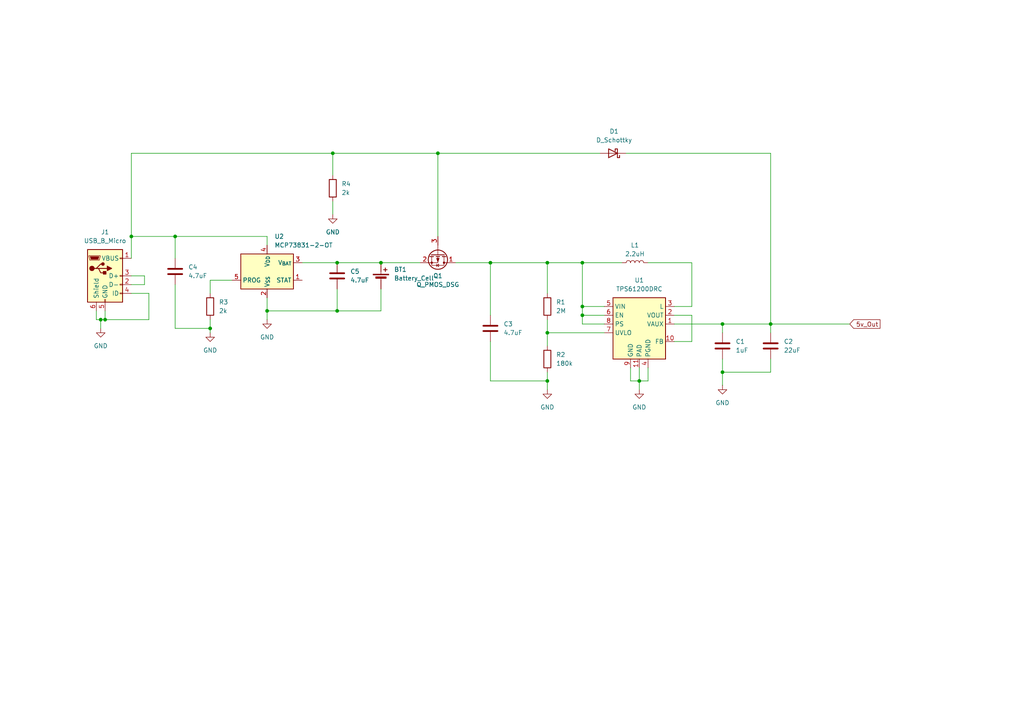
<source format=kicad_sch>
(kicad_sch
	(version 20250114)
	(generator "eeschema")
	(generator_version "9.0")
	(uuid "f7cf0688-b6d2-431c-8209-d86e95773f56")
	(paper "A4")
	(lib_symbols
		(symbol "Battery_Management:MCP73831-2-OT"
			(exclude_from_sim no)
			(in_bom yes)
			(on_board yes)
			(property "Reference" "U"
				(at -7.62 6.35 0)
				(effects
					(font
						(size 1.27 1.27)
					)
					(justify left)
				)
			)
			(property "Value" "MCP73831-2-OT"
				(at 1.27 6.35 0)
				(effects
					(font
						(size 1.27 1.27)
					)
					(justify left)
				)
			)
			(property "Footprint" "Package_TO_SOT_SMD:SOT-23-5"
				(at 1.27 -6.35 0)
				(effects
					(font
						(size 1.27 1.27)
						(italic yes)
					)
					(justify left)
					(hide yes)
				)
			)
			(property "Datasheet" "http://ww1.microchip.com/downloads/en/DeviceDoc/20001984g.pdf"
				(at 0 -18.288 0)
				(effects
					(font
						(size 1.27 1.27)
					)
					(hide yes)
				)
			)
			(property "Description" "Single cell, Li-Ion/Li-Po charge management controller, 4.20V, Tri-State Status Output, in SOT23-5 package"
				(at 0 0 0)
				(effects
					(font
						(size 1.27 1.27)
					)
					(hide yes)
				)
			)
			(property "ki_keywords" "battery charger lithium"
				(at 0 0 0)
				(effects
					(font
						(size 1.27 1.27)
					)
					(hide yes)
				)
			)
			(property "ki_fp_filters" "SOT?23*"
				(at 0 0 0)
				(effects
					(font
						(size 1.27 1.27)
					)
					(hide yes)
				)
			)
			(symbol "MCP73831-2-OT_0_1"
				(rectangle
					(start -7.62 5.08)
					(end 7.62 -5.08)
					(stroke
						(width 0.254)
						(type default)
					)
					(fill
						(type background)
					)
				)
			)
			(symbol "MCP73831-2-OT_1_1"
				(pin input line
					(at -10.16 -2.54 0)
					(length 2.54)
					(name "PROG"
						(effects
							(font
								(size 1.27 1.27)
							)
						)
					)
					(number "5"
						(effects
							(font
								(size 1.27 1.27)
							)
						)
					)
				)
				(pin power_in line
					(at 0 7.62 270)
					(length 2.54)
					(name "V_{DD}"
						(effects
							(font
								(size 1.27 1.27)
							)
						)
					)
					(number "4"
						(effects
							(font
								(size 1.27 1.27)
							)
						)
					)
				)
				(pin power_in line
					(at 0 -7.62 90)
					(length 2.54)
					(name "V_{SS}"
						(effects
							(font
								(size 1.27 1.27)
							)
						)
					)
					(number "2"
						(effects
							(font
								(size 1.27 1.27)
							)
						)
					)
				)
				(pin power_out line
					(at 10.16 2.54 180)
					(length 2.54)
					(name "V_{BAT}"
						(effects
							(font
								(size 1.27 1.27)
							)
						)
					)
					(number "3"
						(effects
							(font
								(size 1.27 1.27)
							)
						)
					)
				)
				(pin tri_state line
					(at 10.16 -2.54 180)
					(length 2.54)
					(name "STAT"
						(effects
							(font
								(size 1.27 1.27)
							)
						)
					)
					(number "1"
						(effects
							(font
								(size 1.27 1.27)
							)
						)
					)
				)
			)
			(embedded_fonts no)
		)
		(symbol "Connector:USB_B_Micro"
			(pin_names
				(offset 1.016)
			)
			(exclude_from_sim no)
			(in_bom yes)
			(on_board yes)
			(property "Reference" "J"
				(at -5.08 11.43 0)
				(effects
					(font
						(size 1.27 1.27)
					)
					(justify left)
				)
			)
			(property "Value" "USB_B_Micro"
				(at -5.08 8.89 0)
				(effects
					(font
						(size 1.27 1.27)
					)
					(justify left)
				)
			)
			(property "Footprint" ""
				(at 3.81 -1.27 0)
				(effects
					(font
						(size 1.27 1.27)
					)
					(hide yes)
				)
			)
			(property "Datasheet" "~"
				(at 3.81 -1.27 0)
				(effects
					(font
						(size 1.27 1.27)
					)
					(hide yes)
				)
			)
			(property "Description" "USB Micro Type B connector"
				(at 0 0 0)
				(effects
					(font
						(size 1.27 1.27)
					)
					(hide yes)
				)
			)
			(property "ki_keywords" "connector USB micro"
				(at 0 0 0)
				(effects
					(font
						(size 1.27 1.27)
					)
					(hide yes)
				)
			)
			(property "ki_fp_filters" "USB*Micro*B*"
				(at 0 0 0)
				(effects
					(font
						(size 1.27 1.27)
					)
					(hide yes)
				)
			)
			(symbol "USB_B_Micro_0_1"
				(rectangle
					(start -5.08 -7.62)
					(end 5.08 7.62)
					(stroke
						(width 0.254)
						(type default)
					)
					(fill
						(type background)
					)
				)
				(polyline
					(pts
						(xy -4.699 5.842) (xy -4.699 5.588) (xy -4.445 4.826) (xy -4.445 4.572) (xy -1.651 4.572) (xy -1.651 4.826)
						(xy -1.397 5.588) (xy -1.397 5.842) (xy -4.699 5.842)
					)
					(stroke
						(width 0)
						(type default)
					)
					(fill
						(type none)
					)
				)
				(polyline
					(pts
						(xy -4.318 5.588) (xy -1.778 5.588) (xy -2.032 4.826) (xy -4.064 4.826) (xy -4.318 5.588)
					)
					(stroke
						(width 0)
						(type default)
					)
					(fill
						(type outline)
					)
				)
				(circle
					(center -3.81 2.159)
					(radius 0.635)
					(stroke
						(width 0.254)
						(type default)
					)
					(fill
						(type outline)
					)
				)
				(polyline
					(pts
						(xy -3.175 2.159) (xy -2.54 2.159) (xy -1.27 3.429) (xy -0.635 3.429)
					)
					(stroke
						(width 0.254)
						(type default)
					)
					(fill
						(type none)
					)
				)
				(polyline
					(pts
						(xy -2.54 2.159) (xy -1.905 2.159) (xy -1.27 0.889) (xy 0 0.889)
					)
					(stroke
						(width 0.254)
						(type default)
					)
					(fill
						(type none)
					)
				)
				(polyline
					(pts
						(xy -1.905 2.159) (xy 0.635 2.159)
					)
					(stroke
						(width 0.254)
						(type default)
					)
					(fill
						(type none)
					)
				)
				(circle
					(center -0.635 3.429)
					(radius 0.381)
					(stroke
						(width 0.254)
						(type default)
					)
					(fill
						(type outline)
					)
				)
				(rectangle
					(start -0.127 -7.62)
					(end 0.127 -6.858)
					(stroke
						(width 0)
						(type default)
					)
					(fill
						(type none)
					)
				)
				(rectangle
					(start 0.254 1.27)
					(end -0.508 0.508)
					(stroke
						(width 0.254)
						(type default)
					)
					(fill
						(type outline)
					)
				)
				(polyline
					(pts
						(xy 0.635 2.794) (xy 0.635 1.524) (xy 1.905 2.159) (xy 0.635 2.794)
					)
					(stroke
						(width 0.254)
						(type default)
					)
					(fill
						(type outline)
					)
				)
				(rectangle
					(start 5.08 4.953)
					(end 4.318 5.207)
					(stroke
						(width 0)
						(type default)
					)
					(fill
						(type none)
					)
				)
				(rectangle
					(start 5.08 -0.127)
					(end 4.318 0.127)
					(stroke
						(width 0)
						(type default)
					)
					(fill
						(type none)
					)
				)
				(rectangle
					(start 5.08 -2.667)
					(end 4.318 -2.413)
					(stroke
						(width 0)
						(type default)
					)
					(fill
						(type none)
					)
				)
				(rectangle
					(start 5.08 -5.207)
					(end 4.318 -4.953)
					(stroke
						(width 0)
						(type default)
					)
					(fill
						(type none)
					)
				)
			)
			(symbol "USB_B_Micro_1_1"
				(pin passive line
					(at -2.54 -10.16 90)
					(length 2.54)
					(name "Shield"
						(effects
							(font
								(size 1.27 1.27)
							)
						)
					)
					(number "6"
						(effects
							(font
								(size 1.27 1.27)
							)
						)
					)
				)
				(pin power_out line
					(at 0 -10.16 90)
					(length 2.54)
					(name "GND"
						(effects
							(font
								(size 1.27 1.27)
							)
						)
					)
					(number "5"
						(effects
							(font
								(size 1.27 1.27)
							)
						)
					)
				)
				(pin power_out line
					(at 7.62 5.08 180)
					(length 2.54)
					(name "VBUS"
						(effects
							(font
								(size 1.27 1.27)
							)
						)
					)
					(number "1"
						(effects
							(font
								(size 1.27 1.27)
							)
						)
					)
				)
				(pin bidirectional line
					(at 7.62 0 180)
					(length 2.54)
					(name "D+"
						(effects
							(font
								(size 1.27 1.27)
							)
						)
					)
					(number "3"
						(effects
							(font
								(size 1.27 1.27)
							)
						)
					)
				)
				(pin bidirectional line
					(at 7.62 -2.54 180)
					(length 2.54)
					(name "D-"
						(effects
							(font
								(size 1.27 1.27)
							)
						)
					)
					(number "2"
						(effects
							(font
								(size 1.27 1.27)
							)
						)
					)
				)
				(pin passive line
					(at 7.62 -5.08 180)
					(length 2.54)
					(name "ID"
						(effects
							(font
								(size 1.27 1.27)
							)
						)
					)
					(number "4"
						(effects
							(font
								(size 1.27 1.27)
							)
						)
					)
				)
			)
			(embedded_fonts no)
		)
		(symbol "Device:Battery_Cell"
			(pin_numbers
				(hide yes)
			)
			(pin_names
				(offset 0)
				(hide yes)
			)
			(exclude_from_sim no)
			(in_bom yes)
			(on_board yes)
			(property "Reference" "BT"
				(at 2.54 2.54 0)
				(effects
					(font
						(size 1.27 1.27)
					)
					(justify left)
				)
			)
			(property "Value" "Battery_Cell"
				(at 2.54 0 0)
				(effects
					(font
						(size 1.27 1.27)
					)
					(justify left)
				)
			)
			(property "Footprint" ""
				(at 0 1.524 90)
				(effects
					(font
						(size 1.27 1.27)
					)
					(hide yes)
				)
			)
			(property "Datasheet" "~"
				(at 0 1.524 90)
				(effects
					(font
						(size 1.27 1.27)
					)
					(hide yes)
				)
			)
			(property "Description" "Single-cell battery"
				(at 0 0 0)
				(effects
					(font
						(size 1.27 1.27)
					)
					(hide yes)
				)
			)
			(property "ki_keywords" "battery cell"
				(at 0 0 0)
				(effects
					(font
						(size 1.27 1.27)
					)
					(hide yes)
				)
			)
			(symbol "Battery_Cell_0_1"
				(rectangle
					(start -2.286 1.778)
					(end 2.286 1.524)
					(stroke
						(width 0)
						(type default)
					)
					(fill
						(type outline)
					)
				)
				(rectangle
					(start -1.524 1.016)
					(end 1.524 0.508)
					(stroke
						(width 0)
						(type default)
					)
					(fill
						(type outline)
					)
				)
				(polyline
					(pts
						(xy 0 1.778) (xy 0 2.54)
					)
					(stroke
						(width 0)
						(type default)
					)
					(fill
						(type none)
					)
				)
				(polyline
					(pts
						(xy 0 0.762) (xy 0 0)
					)
					(stroke
						(width 0)
						(type default)
					)
					(fill
						(type none)
					)
				)
				(polyline
					(pts
						(xy 0.762 3.048) (xy 1.778 3.048)
					)
					(stroke
						(width 0.254)
						(type default)
					)
					(fill
						(type none)
					)
				)
				(polyline
					(pts
						(xy 1.27 3.556) (xy 1.27 2.54)
					)
					(stroke
						(width 0.254)
						(type default)
					)
					(fill
						(type none)
					)
				)
			)
			(symbol "Battery_Cell_1_1"
				(pin passive line
					(at 0 5.08 270)
					(length 2.54)
					(name "+"
						(effects
							(font
								(size 1.27 1.27)
							)
						)
					)
					(number "1"
						(effects
							(font
								(size 1.27 1.27)
							)
						)
					)
				)
				(pin passive line
					(at 0 -2.54 90)
					(length 2.54)
					(name "-"
						(effects
							(font
								(size 1.27 1.27)
							)
						)
					)
					(number "2"
						(effects
							(font
								(size 1.27 1.27)
							)
						)
					)
				)
			)
			(embedded_fonts no)
		)
		(symbol "Device:C"
			(pin_numbers
				(hide yes)
			)
			(pin_names
				(offset 0.254)
			)
			(exclude_from_sim no)
			(in_bom yes)
			(on_board yes)
			(property "Reference" "C"
				(at 0.635 2.54 0)
				(effects
					(font
						(size 1.27 1.27)
					)
					(justify left)
				)
			)
			(property "Value" "C"
				(at 0.635 -2.54 0)
				(effects
					(font
						(size 1.27 1.27)
					)
					(justify left)
				)
			)
			(property "Footprint" ""
				(at 0.9652 -3.81 0)
				(effects
					(font
						(size 1.27 1.27)
					)
					(hide yes)
				)
			)
			(property "Datasheet" "~"
				(at 0 0 0)
				(effects
					(font
						(size 1.27 1.27)
					)
					(hide yes)
				)
			)
			(property "Description" "Unpolarized capacitor"
				(at 0 0 0)
				(effects
					(font
						(size 1.27 1.27)
					)
					(hide yes)
				)
			)
			(property "ki_keywords" "cap capacitor"
				(at 0 0 0)
				(effects
					(font
						(size 1.27 1.27)
					)
					(hide yes)
				)
			)
			(property "ki_fp_filters" "C_*"
				(at 0 0 0)
				(effects
					(font
						(size 1.27 1.27)
					)
					(hide yes)
				)
			)
			(symbol "C_0_1"
				(polyline
					(pts
						(xy -2.032 0.762) (xy 2.032 0.762)
					)
					(stroke
						(width 0.508)
						(type default)
					)
					(fill
						(type none)
					)
				)
				(polyline
					(pts
						(xy -2.032 -0.762) (xy 2.032 -0.762)
					)
					(stroke
						(width 0.508)
						(type default)
					)
					(fill
						(type none)
					)
				)
			)
			(symbol "C_1_1"
				(pin passive line
					(at 0 3.81 270)
					(length 2.794)
					(name "~"
						(effects
							(font
								(size 1.27 1.27)
							)
						)
					)
					(number "1"
						(effects
							(font
								(size 1.27 1.27)
							)
						)
					)
				)
				(pin passive line
					(at 0 -3.81 90)
					(length 2.794)
					(name "~"
						(effects
							(font
								(size 1.27 1.27)
							)
						)
					)
					(number "2"
						(effects
							(font
								(size 1.27 1.27)
							)
						)
					)
				)
			)
			(embedded_fonts no)
		)
		(symbol "Device:D_Schottky"
			(pin_numbers
				(hide yes)
			)
			(pin_names
				(offset 1.016)
				(hide yes)
			)
			(exclude_from_sim no)
			(in_bom yes)
			(on_board yes)
			(property "Reference" "D"
				(at 0 2.54 0)
				(effects
					(font
						(size 1.27 1.27)
					)
				)
			)
			(property "Value" "D_Schottky"
				(at 0 -2.54 0)
				(effects
					(font
						(size 1.27 1.27)
					)
				)
			)
			(property "Footprint" ""
				(at 0 0 0)
				(effects
					(font
						(size 1.27 1.27)
					)
					(hide yes)
				)
			)
			(property "Datasheet" "~"
				(at 0 0 0)
				(effects
					(font
						(size 1.27 1.27)
					)
					(hide yes)
				)
			)
			(property "Description" "Schottky diode"
				(at 0 0 0)
				(effects
					(font
						(size 1.27 1.27)
					)
					(hide yes)
				)
			)
			(property "ki_keywords" "diode Schottky"
				(at 0 0 0)
				(effects
					(font
						(size 1.27 1.27)
					)
					(hide yes)
				)
			)
			(property "ki_fp_filters" "TO-???* *_Diode_* *SingleDiode* D_*"
				(at 0 0 0)
				(effects
					(font
						(size 1.27 1.27)
					)
					(hide yes)
				)
			)
			(symbol "D_Schottky_0_1"
				(polyline
					(pts
						(xy -1.905 0.635) (xy -1.905 1.27) (xy -1.27 1.27) (xy -1.27 -1.27) (xy -0.635 -1.27) (xy -0.635 -0.635)
					)
					(stroke
						(width 0.254)
						(type default)
					)
					(fill
						(type none)
					)
				)
				(polyline
					(pts
						(xy 1.27 1.27) (xy 1.27 -1.27) (xy -1.27 0) (xy 1.27 1.27)
					)
					(stroke
						(width 0.254)
						(type default)
					)
					(fill
						(type none)
					)
				)
				(polyline
					(pts
						(xy 1.27 0) (xy -1.27 0)
					)
					(stroke
						(width 0)
						(type default)
					)
					(fill
						(type none)
					)
				)
			)
			(symbol "D_Schottky_1_1"
				(pin passive line
					(at -3.81 0 0)
					(length 2.54)
					(name "K"
						(effects
							(font
								(size 1.27 1.27)
							)
						)
					)
					(number "1"
						(effects
							(font
								(size 1.27 1.27)
							)
						)
					)
				)
				(pin passive line
					(at 3.81 0 180)
					(length 2.54)
					(name "A"
						(effects
							(font
								(size 1.27 1.27)
							)
						)
					)
					(number "2"
						(effects
							(font
								(size 1.27 1.27)
							)
						)
					)
				)
			)
			(embedded_fonts no)
		)
		(symbol "Device:L"
			(pin_numbers
				(hide yes)
			)
			(pin_names
				(offset 1.016)
				(hide yes)
			)
			(exclude_from_sim no)
			(in_bom yes)
			(on_board yes)
			(property "Reference" "L"
				(at -1.27 0 90)
				(effects
					(font
						(size 1.27 1.27)
					)
				)
			)
			(property "Value" "L"
				(at 1.905 0 90)
				(effects
					(font
						(size 1.27 1.27)
					)
				)
			)
			(property "Footprint" ""
				(at 0 0 0)
				(effects
					(font
						(size 1.27 1.27)
					)
					(hide yes)
				)
			)
			(property "Datasheet" "~"
				(at 0 0 0)
				(effects
					(font
						(size 1.27 1.27)
					)
					(hide yes)
				)
			)
			(property "Description" "Inductor"
				(at 0 0 0)
				(effects
					(font
						(size 1.27 1.27)
					)
					(hide yes)
				)
			)
			(property "ki_keywords" "inductor choke coil reactor magnetic"
				(at 0 0 0)
				(effects
					(font
						(size 1.27 1.27)
					)
					(hide yes)
				)
			)
			(property "ki_fp_filters" "Choke_* *Coil* Inductor_* L_*"
				(at 0 0 0)
				(effects
					(font
						(size 1.27 1.27)
					)
					(hide yes)
				)
			)
			(symbol "L_0_1"
				(arc
					(start 0 2.54)
					(mid 0.6323 1.905)
					(end 0 1.27)
					(stroke
						(width 0)
						(type default)
					)
					(fill
						(type none)
					)
				)
				(arc
					(start 0 1.27)
					(mid 0.6323 0.635)
					(end 0 0)
					(stroke
						(width 0)
						(type default)
					)
					(fill
						(type none)
					)
				)
				(arc
					(start 0 0)
					(mid 0.6323 -0.635)
					(end 0 -1.27)
					(stroke
						(width 0)
						(type default)
					)
					(fill
						(type none)
					)
				)
				(arc
					(start 0 -1.27)
					(mid 0.6323 -1.905)
					(end 0 -2.54)
					(stroke
						(width 0)
						(type default)
					)
					(fill
						(type none)
					)
				)
			)
			(symbol "L_1_1"
				(pin passive line
					(at 0 3.81 270)
					(length 1.27)
					(name "1"
						(effects
							(font
								(size 1.27 1.27)
							)
						)
					)
					(number "1"
						(effects
							(font
								(size 1.27 1.27)
							)
						)
					)
				)
				(pin passive line
					(at 0 -3.81 90)
					(length 1.27)
					(name "2"
						(effects
							(font
								(size 1.27 1.27)
							)
						)
					)
					(number "2"
						(effects
							(font
								(size 1.27 1.27)
							)
						)
					)
				)
			)
			(embedded_fonts no)
		)
		(symbol "Device:R"
			(pin_numbers
				(hide yes)
			)
			(pin_names
				(offset 0)
			)
			(exclude_from_sim no)
			(in_bom yes)
			(on_board yes)
			(property "Reference" "R"
				(at 2.032 0 90)
				(effects
					(font
						(size 1.27 1.27)
					)
				)
			)
			(property "Value" "R"
				(at 0 0 90)
				(effects
					(font
						(size 1.27 1.27)
					)
				)
			)
			(property "Footprint" ""
				(at -1.778 0 90)
				(effects
					(font
						(size 1.27 1.27)
					)
					(hide yes)
				)
			)
			(property "Datasheet" "~"
				(at 0 0 0)
				(effects
					(font
						(size 1.27 1.27)
					)
					(hide yes)
				)
			)
			(property "Description" "Resistor"
				(at 0 0 0)
				(effects
					(font
						(size 1.27 1.27)
					)
					(hide yes)
				)
			)
			(property "ki_keywords" "R res resistor"
				(at 0 0 0)
				(effects
					(font
						(size 1.27 1.27)
					)
					(hide yes)
				)
			)
			(property "ki_fp_filters" "R_*"
				(at 0 0 0)
				(effects
					(font
						(size 1.27 1.27)
					)
					(hide yes)
				)
			)
			(symbol "R_0_1"
				(rectangle
					(start -1.016 -2.54)
					(end 1.016 2.54)
					(stroke
						(width 0.254)
						(type default)
					)
					(fill
						(type none)
					)
				)
			)
			(symbol "R_1_1"
				(pin passive line
					(at 0 3.81 270)
					(length 1.27)
					(name "~"
						(effects
							(font
								(size 1.27 1.27)
							)
						)
					)
					(number "1"
						(effects
							(font
								(size 1.27 1.27)
							)
						)
					)
				)
				(pin passive line
					(at 0 -3.81 90)
					(length 1.27)
					(name "~"
						(effects
							(font
								(size 1.27 1.27)
							)
						)
					)
					(number "2"
						(effects
							(font
								(size 1.27 1.27)
							)
						)
					)
				)
			)
			(embedded_fonts no)
		)
		(symbol "Regulator_Switching:TPS61200DRC"
			(exclude_from_sim no)
			(in_bom yes)
			(on_board yes)
			(property "Reference" "U"
				(at -10.16 8.89 0)
				(effects
					(font
						(size 1.27 1.27)
					)
					(justify left)
				)
			)
			(property "Value" "TPS61200DRC"
				(at -2.54 8.89 0)
				(effects
					(font
						(size 1.27 1.27)
					)
					(justify left)
				)
			)
			(property "Footprint" "Package_SON:Texas_S-PVSON-N10_ThermalVias"
				(at 0 -11.43 0)
				(effects
					(font
						(size 1.27 1.27)
					)
					(hide yes)
				)
			)
			(property "Datasheet" "http://www.ti.com/lit/ds/symlink/tps61200.pdf"
				(at 0 0 0)
				(effects
					(font
						(size 1.27 1.27)
					)
					(hide yes)
				)
			)
			(property "Description" "Low Input Voltage Synchronous Boost Converter With 1.3A Switches, Adjustable Output Voltage, 0.3-5.5V Input Voltage, VSON-10"
				(at 0 0 0)
				(effects
					(font
						(size 1.27 1.27)
					)
					(hide yes)
				)
			)
			(property "ki_keywords" "boost step-up DC/DC synchronous"
				(at 0 0 0)
				(effects
					(font
						(size 1.27 1.27)
					)
					(hide yes)
				)
			)
			(property "ki_fp_filters" "Texas*S*PVSON*N10*ThermalVias*"
				(at 0 0 0)
				(effects
					(font
						(size 1.27 1.27)
					)
					(hide yes)
				)
			)
			(symbol "TPS61200DRC_0_1"
				(rectangle
					(start -7.62 7.62)
					(end 7.62 -10.16)
					(stroke
						(width 0.254)
						(type default)
					)
					(fill
						(type background)
					)
				)
			)
			(symbol "TPS61200DRC_1_1"
				(pin power_in line
					(at -10.16 5.08 0)
					(length 2.54)
					(name "VIN"
						(effects
							(font
								(size 1.27 1.27)
							)
						)
					)
					(number "5"
						(effects
							(font
								(size 1.27 1.27)
							)
						)
					)
				)
				(pin input line
					(at -10.16 2.54 0)
					(length 2.54)
					(name "EN"
						(effects
							(font
								(size 1.27 1.27)
							)
						)
					)
					(number "6"
						(effects
							(font
								(size 1.27 1.27)
							)
						)
					)
				)
				(pin input line
					(at -10.16 0 0)
					(length 2.54)
					(name "PS"
						(effects
							(font
								(size 1.27 1.27)
							)
						)
					)
					(number "8"
						(effects
							(font
								(size 1.27 1.27)
							)
						)
					)
				)
				(pin input line
					(at -10.16 -2.54 0)
					(length 2.54)
					(name "UVLO"
						(effects
							(font
								(size 1.27 1.27)
							)
						)
					)
					(number "7"
						(effects
							(font
								(size 1.27 1.27)
							)
						)
					)
				)
				(pin power_in line
					(at -2.54 -12.7 90)
					(length 2.54)
					(name "GND"
						(effects
							(font
								(size 1.27 1.27)
							)
						)
					)
					(number "9"
						(effects
							(font
								(size 1.27 1.27)
							)
						)
					)
				)
				(pin power_in line
					(at 0 -12.7 90)
					(length 2.54)
					(name "PAD"
						(effects
							(font
								(size 1.27 1.27)
							)
						)
					)
					(number "11"
						(effects
							(font
								(size 1.27 1.27)
							)
						)
					)
				)
				(pin power_in line
					(at 2.54 -12.7 90)
					(length 2.54)
					(name "PGND"
						(effects
							(font
								(size 1.27 1.27)
							)
						)
					)
					(number "4"
						(effects
							(font
								(size 1.27 1.27)
							)
						)
					)
				)
				(pin input line
					(at 10.16 5.08 180)
					(length 2.54)
					(name "L"
						(effects
							(font
								(size 1.27 1.27)
							)
						)
					)
					(number "3"
						(effects
							(font
								(size 1.27 1.27)
							)
						)
					)
				)
				(pin power_out line
					(at 10.16 2.54 180)
					(length 2.54)
					(name "VOUT"
						(effects
							(font
								(size 1.27 1.27)
							)
						)
					)
					(number "2"
						(effects
							(font
								(size 1.27 1.27)
							)
						)
					)
				)
				(pin bidirectional line
					(at 10.16 0 180)
					(length 2.54)
					(name "VAUX"
						(effects
							(font
								(size 1.27 1.27)
							)
						)
					)
					(number "1"
						(effects
							(font
								(size 1.27 1.27)
							)
						)
					)
				)
				(pin input line
					(at 10.16 -5.08 180)
					(length 2.54)
					(name "FB"
						(effects
							(font
								(size 1.27 1.27)
							)
						)
					)
					(number "10"
						(effects
							(font
								(size 1.27 1.27)
							)
						)
					)
				)
			)
			(embedded_fonts no)
		)
		(symbol "Transistor_FET:Q_PMOS_DSG"
			(pin_names
				(offset 0)
				(hide yes)
			)
			(exclude_from_sim no)
			(in_bom yes)
			(on_board yes)
			(property "Reference" "Q"
				(at 5.08 1.905 0)
				(effects
					(font
						(size 1.27 1.27)
					)
					(justify left)
				)
			)
			(property "Value" "Q_PMOS_DSG"
				(at 5.08 0 0)
				(effects
					(font
						(size 1.27 1.27)
					)
					(justify left)
				)
			)
			(property "Footprint" ""
				(at 5.08 2.54 0)
				(effects
					(font
						(size 1.27 1.27)
					)
					(hide yes)
				)
			)
			(property "Datasheet" "~"
				(at 0 0 0)
				(effects
					(font
						(size 1.27 1.27)
					)
					(hide yes)
				)
			)
			(property "Description" "P-MOSFET transistor, drain/source/gate"
				(at 0 0 0)
				(effects
					(font
						(size 1.27 1.27)
					)
					(hide yes)
				)
			)
			(property "ki_keywords" "transistor PMOS P-MOS P-MOSFET"
				(at 0 0 0)
				(effects
					(font
						(size 1.27 1.27)
					)
					(hide yes)
				)
			)
			(symbol "Q_PMOS_DSG_0_1"
				(polyline
					(pts
						(xy 0.254 1.905) (xy 0.254 -1.905)
					)
					(stroke
						(width 0.254)
						(type default)
					)
					(fill
						(type none)
					)
				)
				(polyline
					(pts
						(xy 0.254 0) (xy -2.54 0)
					)
					(stroke
						(width 0)
						(type default)
					)
					(fill
						(type none)
					)
				)
				(polyline
					(pts
						(xy 0.762 2.286) (xy 0.762 1.27)
					)
					(stroke
						(width 0.254)
						(type default)
					)
					(fill
						(type none)
					)
				)
				(polyline
					(pts
						(xy 0.762 1.778) (xy 3.302 1.778) (xy 3.302 -1.778) (xy 0.762 -1.778)
					)
					(stroke
						(width 0)
						(type default)
					)
					(fill
						(type none)
					)
				)
				(polyline
					(pts
						(xy 0.762 0.508) (xy 0.762 -0.508)
					)
					(stroke
						(width 0.254)
						(type default)
					)
					(fill
						(type none)
					)
				)
				(polyline
					(pts
						(xy 0.762 -1.27) (xy 0.762 -2.286)
					)
					(stroke
						(width 0.254)
						(type default)
					)
					(fill
						(type none)
					)
				)
				(circle
					(center 1.651 0)
					(radius 2.794)
					(stroke
						(width 0.254)
						(type default)
					)
					(fill
						(type none)
					)
				)
				(polyline
					(pts
						(xy 2.286 0) (xy 1.27 0.381) (xy 1.27 -0.381) (xy 2.286 0)
					)
					(stroke
						(width 0)
						(type default)
					)
					(fill
						(type outline)
					)
				)
				(polyline
					(pts
						(xy 2.54 2.54) (xy 2.54 1.778)
					)
					(stroke
						(width 0)
						(type default)
					)
					(fill
						(type none)
					)
				)
				(circle
					(center 2.54 1.778)
					(radius 0.254)
					(stroke
						(width 0)
						(type default)
					)
					(fill
						(type outline)
					)
				)
				(circle
					(center 2.54 -1.778)
					(radius 0.254)
					(stroke
						(width 0)
						(type default)
					)
					(fill
						(type outline)
					)
				)
				(polyline
					(pts
						(xy 2.54 -2.54) (xy 2.54 0) (xy 0.762 0)
					)
					(stroke
						(width 0)
						(type default)
					)
					(fill
						(type none)
					)
				)
				(polyline
					(pts
						(xy 2.921 -0.381) (xy 3.683 -0.381)
					)
					(stroke
						(width 0)
						(type default)
					)
					(fill
						(type none)
					)
				)
				(polyline
					(pts
						(xy 3.302 -0.381) (xy 2.921 0.254) (xy 3.683 0.254) (xy 3.302 -0.381)
					)
					(stroke
						(width 0)
						(type default)
					)
					(fill
						(type none)
					)
				)
			)
			(symbol "Q_PMOS_DSG_1_1"
				(pin input line
					(at -5.08 0 0)
					(length 2.54)
					(name "G"
						(effects
							(font
								(size 1.27 1.27)
							)
						)
					)
					(number "3"
						(effects
							(font
								(size 1.27 1.27)
							)
						)
					)
				)
				(pin passive line
					(at 2.54 5.08 270)
					(length 2.54)
					(name "D"
						(effects
							(font
								(size 1.27 1.27)
							)
						)
					)
					(number "1"
						(effects
							(font
								(size 1.27 1.27)
							)
						)
					)
				)
				(pin passive line
					(at 2.54 -5.08 90)
					(length 2.54)
					(name "S"
						(effects
							(font
								(size 1.27 1.27)
							)
						)
					)
					(number "2"
						(effects
							(font
								(size 1.27 1.27)
							)
						)
					)
				)
			)
			(embedded_fonts no)
		)
		(symbol "power:GND"
			(power)
			(pin_numbers
				(hide yes)
			)
			(pin_names
				(offset 0)
				(hide yes)
			)
			(exclude_from_sim no)
			(in_bom yes)
			(on_board yes)
			(property "Reference" "#PWR"
				(at 0 -6.35 0)
				(effects
					(font
						(size 1.27 1.27)
					)
					(hide yes)
				)
			)
			(property "Value" "GND"
				(at 0 -3.81 0)
				(effects
					(font
						(size 1.27 1.27)
					)
				)
			)
			(property "Footprint" ""
				(at 0 0 0)
				(effects
					(font
						(size 1.27 1.27)
					)
					(hide yes)
				)
			)
			(property "Datasheet" ""
				(at 0 0 0)
				(effects
					(font
						(size 1.27 1.27)
					)
					(hide yes)
				)
			)
			(property "Description" "Power symbol creates a global label with name \"GND\" , ground"
				(at 0 0 0)
				(effects
					(font
						(size 1.27 1.27)
					)
					(hide yes)
				)
			)
			(property "ki_keywords" "global power"
				(at 0 0 0)
				(effects
					(font
						(size 1.27 1.27)
					)
					(hide yes)
				)
			)
			(symbol "GND_0_1"
				(polyline
					(pts
						(xy 0 0) (xy 0 -1.27) (xy 1.27 -1.27) (xy 0 -2.54) (xy -1.27 -1.27) (xy 0 -1.27)
					)
					(stroke
						(width 0)
						(type default)
					)
					(fill
						(type none)
					)
				)
			)
			(symbol "GND_1_1"
				(pin power_in line
					(at 0 0 270)
					(length 0)
					(name "~"
						(effects
							(font
								(size 1.27 1.27)
							)
						)
					)
					(number "1"
						(effects
							(font
								(size 1.27 1.27)
							)
						)
					)
				)
			)
			(embedded_fonts no)
		)
	)
	(junction
		(at 142.24 76.2)
		(diameter 0)
		(color 0 0 0 0)
		(uuid "01f1111e-5128-4db1-85f1-c914f01de05a")
	)
	(junction
		(at 168.91 91.44)
		(diameter 0)
		(color 0 0 0 0)
		(uuid "04187442-ae99-4e1c-9306-08523d959ea7")
	)
	(junction
		(at 60.96 95.25)
		(diameter 0)
		(color 0 0 0 0)
		(uuid "49e5cecb-a2fa-4959-ae41-dd4b431332e7")
	)
	(junction
		(at 168.91 76.2)
		(diameter 0)
		(color 0 0 0 0)
		(uuid "4d9e2043-fd27-4b28-953b-111287640962")
	)
	(junction
		(at 158.75 96.52)
		(diameter 0)
		(color 0 0 0 0)
		(uuid "4fb28e03-3c70-4c1a-8a89-bfc404938468")
	)
	(junction
		(at 223.52 93.98)
		(diameter 0)
		(color 0 0 0 0)
		(uuid "52b45aea-750b-4ad3-b403-2da90699c084")
	)
	(junction
		(at 77.47 90.17)
		(diameter 0)
		(color 0 0 0 0)
		(uuid "55ba2874-7be9-45cf-95b1-ec3537650c38")
	)
	(junction
		(at 110.49 76.2)
		(diameter 0)
		(color 0 0 0 0)
		(uuid "6602cc22-242b-40d7-b933-875d33e8bdb4")
	)
	(junction
		(at 209.55 93.98)
		(diameter 0)
		(color 0 0 0 0)
		(uuid "86e81f86-8767-4d23-b117-e06ed9def8a5")
	)
	(junction
		(at 158.75 110.49)
		(diameter 0)
		(color 0 0 0 0)
		(uuid "8f3f58a8-46b6-4f1b-8fb1-159705e0aa49")
	)
	(junction
		(at 38.1 68.58)
		(diameter 0)
		(color 0 0 0 0)
		(uuid "909c4bf5-6270-40d9-9174-d13b4789b188")
	)
	(junction
		(at 29.21 92.71)
		(diameter 0)
		(color 0 0 0 0)
		(uuid "a4fd4339-5eed-409e-8ee8-5ca5cc9f4e05")
	)
	(junction
		(at 127 44.45)
		(diameter 0)
		(color 0 0 0 0)
		(uuid "a8b0b370-1213-49dc-ab44-7edaa3fba7c5")
	)
	(junction
		(at 158.75 76.2)
		(diameter 0)
		(color 0 0 0 0)
		(uuid "b2168306-040e-432a-9313-66f629018fd7")
	)
	(junction
		(at 50.8 68.58)
		(diameter 0)
		(color 0 0 0 0)
		(uuid "c1485ac6-14c2-412c-a131-48372ea7279c")
	)
	(junction
		(at 185.42 110.49)
		(diameter 0)
		(color 0 0 0 0)
		(uuid "c3ab94a7-aaca-45be-babb-01763e4d33c9")
	)
	(junction
		(at 209.55 107.95)
		(diameter 0)
		(color 0 0 0 0)
		(uuid "db24edc1-1f54-401e-a821-b41944686427")
	)
	(junction
		(at 97.79 76.2)
		(diameter 0)
		(color 0 0 0 0)
		(uuid "ddd4f23b-3d31-41f5-be61-8697e58840fb")
	)
	(junction
		(at 96.52 44.45)
		(diameter 0)
		(color 0 0 0 0)
		(uuid "dde39ad4-eb17-4339-ac3d-2adab0c67c10")
	)
	(junction
		(at 168.91 88.9)
		(diameter 0)
		(color 0 0 0 0)
		(uuid "e615bbdc-5545-4962-a151-d8458d931ef6")
	)
	(junction
		(at 97.79 90.17)
		(diameter 0)
		(color 0 0 0 0)
		(uuid "f353d98e-826b-4947-a84e-56401fe1cdcd")
	)
	(junction
		(at 30.48 92.71)
		(diameter 0)
		(color 0 0 0 0)
		(uuid "f8ce0227-4fee-4567-90dc-96ada74c88cf")
	)
	(wire
		(pts
			(xy 175.26 93.98) (xy 168.91 93.98)
		)
		(stroke
			(width 0)
			(type default)
		)
		(uuid "03d789b6-c615-4e17-9d22-776b0073d35b")
	)
	(wire
		(pts
			(xy 29.21 92.71) (xy 29.21 95.25)
		)
		(stroke
			(width 0)
			(type default)
		)
		(uuid "05365ae2-c096-4af5-9d6a-a404c45fdf64")
	)
	(wire
		(pts
			(xy 158.75 92.71) (xy 158.75 96.52)
		)
		(stroke
			(width 0)
			(type default)
		)
		(uuid "069e61b1-d64e-4d81-bc08-5abfa6c56a38")
	)
	(wire
		(pts
			(xy 187.96 106.68) (xy 187.96 110.49)
		)
		(stroke
			(width 0)
			(type default)
		)
		(uuid "0934b495-fd8a-4fd4-9977-f43c20bb0316")
	)
	(wire
		(pts
			(xy 30.48 92.71) (xy 29.21 92.71)
		)
		(stroke
			(width 0)
			(type default)
		)
		(uuid "09eea44c-4714-4092-a560-159373204f9b")
	)
	(wire
		(pts
			(xy 168.91 91.44) (xy 175.26 91.44)
		)
		(stroke
			(width 0)
			(type default)
		)
		(uuid "0a798e1d-50f3-4223-a32f-2a59cb9b0ad0")
	)
	(wire
		(pts
			(xy 43.18 92.71) (xy 30.48 92.71)
		)
		(stroke
			(width 0)
			(type default)
		)
		(uuid "0bf406b1-405b-4a67-8b1e-7d116cbd523f")
	)
	(wire
		(pts
			(xy 209.55 107.95) (xy 209.55 111.76)
		)
		(stroke
			(width 0)
			(type default)
		)
		(uuid "0ddb4278-39b1-474f-8f30-fef1b865bcf6")
	)
	(wire
		(pts
			(xy 187.96 76.2) (xy 200.66 76.2)
		)
		(stroke
			(width 0)
			(type default)
		)
		(uuid "106a75c6-0fac-4a4f-94e2-303582b07472")
	)
	(wire
		(pts
			(xy 50.8 82.55) (xy 50.8 95.25)
		)
		(stroke
			(width 0)
			(type default)
		)
		(uuid "1116e621-57e9-4ce0-b255-af6cf85cc539")
	)
	(wire
		(pts
			(xy 209.55 104.14) (xy 209.55 107.95)
		)
		(stroke
			(width 0)
			(type default)
		)
		(uuid "11bef1d8-9714-47d8-b618-7a63b2ba129f")
	)
	(wire
		(pts
			(xy 38.1 80.01) (xy 41.91 80.01)
		)
		(stroke
			(width 0)
			(type default)
		)
		(uuid "130fc970-16aa-46c5-babe-a7fadf561076")
	)
	(wire
		(pts
			(xy 127 44.45) (xy 127 68.58)
		)
		(stroke
			(width 0)
			(type default)
		)
		(uuid "1d82fb88-a455-44df-aecc-a8ac0d9a74cc")
	)
	(wire
		(pts
			(xy 209.55 93.98) (xy 209.55 96.52)
		)
		(stroke
			(width 0)
			(type default)
		)
		(uuid "1eb145e7-15ee-40d3-9bd2-6ecb9f7a2f36")
	)
	(wire
		(pts
			(xy 41.91 80.01) (xy 41.91 82.55)
		)
		(stroke
			(width 0)
			(type default)
		)
		(uuid "24cde56f-8a50-487a-bfe1-903a78526600")
	)
	(wire
		(pts
			(xy 110.49 90.17) (xy 97.79 90.17)
		)
		(stroke
			(width 0)
			(type default)
		)
		(uuid "25646dcf-3cb1-415d-9651-8877c0a3373b")
	)
	(wire
		(pts
			(xy 77.47 86.36) (xy 77.47 90.17)
		)
		(stroke
			(width 0)
			(type default)
		)
		(uuid "27f0040e-afc7-4036-ab62-3f1e69caaf04")
	)
	(wire
		(pts
			(xy 200.66 76.2) (xy 200.66 88.9)
		)
		(stroke
			(width 0)
			(type default)
		)
		(uuid "2f7a8c08-68d1-4a35-9225-31be37e27c36")
	)
	(wire
		(pts
			(xy 158.75 96.52) (xy 158.75 100.33)
		)
		(stroke
			(width 0)
			(type default)
		)
		(uuid "330a3407-9a91-46e2-ada1-fd8311b447ce")
	)
	(wire
		(pts
			(xy 200.66 91.44) (xy 200.66 99.06)
		)
		(stroke
			(width 0)
			(type default)
		)
		(uuid "33ba7e05-cdd6-454b-840b-6efdf6fb85bf")
	)
	(wire
		(pts
			(xy 175.26 88.9) (xy 168.91 88.9)
		)
		(stroke
			(width 0)
			(type default)
		)
		(uuid "3a67ba27-bcbf-474f-a7e0-f27a75a82989")
	)
	(wire
		(pts
			(xy 182.88 110.49) (xy 185.42 110.49)
		)
		(stroke
			(width 0)
			(type default)
		)
		(uuid "3e4b38b6-a379-4460-94c3-0d8af76a63a6")
	)
	(wire
		(pts
			(xy 97.79 83.82) (xy 97.79 90.17)
		)
		(stroke
			(width 0)
			(type default)
		)
		(uuid "3fb4c320-ef89-40d6-a908-f8e0e28d93e9")
	)
	(wire
		(pts
			(xy 38.1 85.09) (xy 43.18 85.09)
		)
		(stroke
			(width 0)
			(type default)
		)
		(uuid "3fc68114-f60d-4ead-8de7-65bf72039b7a")
	)
	(wire
		(pts
			(xy 158.75 107.95) (xy 158.75 110.49)
		)
		(stroke
			(width 0)
			(type default)
		)
		(uuid "42503bc2-d06e-403f-bf95-d3d9c9ef44df")
	)
	(wire
		(pts
			(xy 223.52 44.45) (xy 223.52 93.98)
		)
		(stroke
			(width 0)
			(type default)
		)
		(uuid "45380940-f87f-45dc-96be-c8a3948971a4")
	)
	(wire
		(pts
			(xy 77.47 90.17) (xy 77.47 92.71)
		)
		(stroke
			(width 0)
			(type default)
		)
		(uuid "461e0f45-a05d-431d-8564-7f177b3c6c88")
	)
	(wire
		(pts
			(xy 158.75 76.2) (xy 168.91 76.2)
		)
		(stroke
			(width 0)
			(type default)
		)
		(uuid "4aa2ff01-a4cd-41f8-bcad-7f416946ea43")
	)
	(wire
		(pts
			(xy 27.94 92.71) (xy 29.21 92.71)
		)
		(stroke
			(width 0)
			(type default)
		)
		(uuid "52504695-c932-4d3d-adaf-12437f2d68e8")
	)
	(wire
		(pts
			(xy 96.52 58.42) (xy 96.52 62.23)
		)
		(stroke
			(width 0)
			(type default)
		)
		(uuid "59853f53-d799-4a02-96a2-af4d3ae175f4")
	)
	(wire
		(pts
			(xy 142.24 110.49) (xy 158.75 110.49)
		)
		(stroke
			(width 0)
			(type default)
		)
		(uuid "5d3b4071-0622-4509-bff4-a7f364ff81fa")
	)
	(wire
		(pts
			(xy 200.66 99.06) (xy 195.58 99.06)
		)
		(stroke
			(width 0)
			(type default)
		)
		(uuid "67c96451-59f1-476a-a585-acda1a0f775c")
	)
	(wire
		(pts
			(xy 43.18 85.09) (xy 43.18 92.71)
		)
		(stroke
			(width 0)
			(type default)
		)
		(uuid "74876161-296d-42d9-b48a-95cefab6aeed")
	)
	(wire
		(pts
			(xy 168.91 76.2) (xy 168.91 88.9)
		)
		(stroke
			(width 0)
			(type default)
		)
		(uuid "749d1712-0c27-4f47-a3fa-1fcfae53220c")
	)
	(wire
		(pts
			(xy 168.91 88.9) (xy 168.91 91.44)
		)
		(stroke
			(width 0)
			(type default)
		)
		(uuid "7a9115c5-4f27-4d23-9974-e70bc1f17ff8")
	)
	(wire
		(pts
			(xy 181.61 44.45) (xy 223.52 44.45)
		)
		(stroke
			(width 0)
			(type default)
		)
		(uuid "88022a59-638b-4196-8684-8df29c535911")
	)
	(wire
		(pts
			(xy 132.08 76.2) (xy 142.24 76.2)
		)
		(stroke
			(width 0)
			(type default)
		)
		(uuid "885c8d50-e42f-4a06-b495-3d12f4e19ae5")
	)
	(wire
		(pts
			(xy 168.91 76.2) (xy 180.34 76.2)
		)
		(stroke
			(width 0)
			(type default)
		)
		(uuid "8e256126-7b2f-4a6f-824d-d797140ac7e7")
	)
	(wire
		(pts
			(xy 96.52 44.45) (xy 96.52 50.8)
		)
		(stroke
			(width 0)
			(type default)
		)
		(uuid "8efd14e4-f3d7-4a3d-b76e-fb6c3430229e")
	)
	(wire
		(pts
			(xy 185.42 110.49) (xy 187.96 110.49)
		)
		(stroke
			(width 0)
			(type default)
		)
		(uuid "9299ac5f-61c8-4ce2-a1d5-f39836428533")
	)
	(wire
		(pts
			(xy 158.75 110.49) (xy 158.75 113.03)
		)
		(stroke
			(width 0)
			(type default)
		)
		(uuid "94b064a7-36c7-4fcb-a935-d7d3c94433c8")
	)
	(wire
		(pts
			(xy 38.1 68.58) (xy 38.1 44.45)
		)
		(stroke
			(width 0)
			(type default)
		)
		(uuid "967b6502-4a3a-4f3c-84ed-ac3d41af098a")
	)
	(wire
		(pts
			(xy 142.24 76.2) (xy 158.75 76.2)
		)
		(stroke
			(width 0)
			(type default)
		)
		(uuid "977c0060-6b59-4397-9d8d-3df61fc6a473")
	)
	(wire
		(pts
			(xy 67.31 81.28) (xy 60.96 81.28)
		)
		(stroke
			(width 0)
			(type default)
		)
		(uuid "9aace433-dad8-476c-93e0-b2ca7452eef1")
	)
	(wire
		(pts
			(xy 142.24 99.06) (xy 142.24 110.49)
		)
		(stroke
			(width 0)
			(type default)
		)
		(uuid "9c378462-0611-44aa-ac84-35e9a89a950a")
	)
	(wire
		(pts
			(xy 50.8 68.58) (xy 38.1 68.58)
		)
		(stroke
			(width 0)
			(type default)
		)
		(uuid "9e03ef8c-0d50-4947-893d-89a5b9503c23")
	)
	(wire
		(pts
			(xy 185.42 106.68) (xy 185.42 110.49)
		)
		(stroke
			(width 0)
			(type default)
		)
		(uuid "9e63461d-cbe6-4006-acc8-156bddaaaef4")
	)
	(wire
		(pts
			(xy 77.47 68.58) (xy 50.8 68.58)
		)
		(stroke
			(width 0)
			(type default)
		)
		(uuid "a281a711-fc11-4c39-a49f-fe0d18a14519")
	)
	(wire
		(pts
			(xy 195.58 91.44) (xy 200.66 91.44)
		)
		(stroke
			(width 0)
			(type default)
		)
		(uuid "a588f86a-17b5-4ac2-a10b-0ab4e0dc2fd2")
	)
	(wire
		(pts
			(xy 60.96 81.28) (xy 60.96 85.09)
		)
		(stroke
			(width 0)
			(type default)
		)
		(uuid "a61f5363-87b4-4c1e-80cd-a8a50831c90e")
	)
	(wire
		(pts
			(xy 223.52 93.98) (xy 209.55 93.98)
		)
		(stroke
			(width 0)
			(type default)
		)
		(uuid "a766e098-2d28-4b8d-a7a3-36c43070b5fa")
	)
	(wire
		(pts
			(xy 97.79 90.17) (xy 77.47 90.17)
		)
		(stroke
			(width 0)
			(type default)
		)
		(uuid "adad9279-b815-4902-88b9-ec951e40cbdb")
	)
	(wire
		(pts
			(xy 142.24 91.44) (xy 142.24 76.2)
		)
		(stroke
			(width 0)
			(type default)
		)
		(uuid "ae8f67b4-7b03-4ead-91d7-04836604a435")
	)
	(wire
		(pts
			(xy 168.91 91.44) (xy 168.91 93.98)
		)
		(stroke
			(width 0)
			(type default)
		)
		(uuid "b004393b-7ae2-40f7-a722-419e208ca2f8")
	)
	(wire
		(pts
			(xy 50.8 95.25) (xy 60.96 95.25)
		)
		(stroke
			(width 0)
			(type default)
		)
		(uuid "b1a9c97e-2257-4167-a93b-02ca086ba9e3")
	)
	(wire
		(pts
			(xy 97.79 76.2) (xy 110.49 76.2)
		)
		(stroke
			(width 0)
			(type default)
		)
		(uuid "b1b4ed37-5a21-4fb0-ba78-d37fbcf41301")
	)
	(wire
		(pts
			(xy 38.1 74.93) (xy 38.1 68.58)
		)
		(stroke
			(width 0)
			(type default)
		)
		(uuid "b247caa6-b104-4186-8161-1cba1155381f")
	)
	(wire
		(pts
			(xy 50.8 68.58) (xy 50.8 74.93)
		)
		(stroke
			(width 0)
			(type default)
		)
		(uuid "b5c88efe-52bc-40bb-85e6-3acb1e33a5ce")
	)
	(wire
		(pts
			(xy 182.88 106.68) (xy 182.88 110.49)
		)
		(stroke
			(width 0)
			(type default)
		)
		(uuid "b9a4ec06-c52e-4edb-b100-fc29b3b28c19")
	)
	(wire
		(pts
			(xy 195.58 93.98) (xy 209.55 93.98)
		)
		(stroke
			(width 0)
			(type default)
		)
		(uuid "bcd7134d-aff5-497b-9dfd-b060ad52b1a4")
	)
	(wire
		(pts
			(xy 223.52 104.14) (xy 223.52 107.95)
		)
		(stroke
			(width 0)
			(type default)
		)
		(uuid "bd591941-2f96-459e-8672-13f530ca92c4")
	)
	(wire
		(pts
			(xy 200.66 88.9) (xy 195.58 88.9)
		)
		(stroke
			(width 0)
			(type default)
		)
		(uuid "bf2f6ef0-19bd-422b-9ee9-2bdaf4afd283")
	)
	(wire
		(pts
			(xy 87.63 76.2) (xy 97.79 76.2)
		)
		(stroke
			(width 0)
			(type default)
		)
		(uuid "c580394a-5f6b-45a1-a620-38b9a963d95c")
	)
	(wire
		(pts
			(xy 223.52 93.98) (xy 246.38 93.98)
		)
		(stroke
			(width 0)
			(type default)
		)
		(uuid "cb541da0-62fd-4b89-9d6c-b3862df526be")
	)
	(wire
		(pts
			(xy 223.52 107.95) (xy 209.55 107.95)
		)
		(stroke
			(width 0)
			(type default)
		)
		(uuid "ccf258de-e540-4290-81a9-c1a52d226479")
	)
	(wire
		(pts
			(xy 27.94 90.17) (xy 27.94 92.71)
		)
		(stroke
			(width 0)
			(type default)
		)
		(uuid "d304297b-8249-4ba4-8cb1-a42a317d3d37")
	)
	(wire
		(pts
			(xy 110.49 76.2) (xy 121.92 76.2)
		)
		(stroke
			(width 0)
			(type default)
		)
		(uuid "dca1d462-948b-40aa-9d9a-0b9e47865674")
	)
	(wire
		(pts
			(xy 41.91 82.55) (xy 38.1 82.55)
		)
		(stroke
			(width 0)
			(type default)
		)
		(uuid "e0e6a8af-6a32-42b0-9f8b-69cd1aad7ac5")
	)
	(wire
		(pts
			(xy 185.42 110.49) (xy 185.42 113.03)
		)
		(stroke
			(width 0)
			(type default)
		)
		(uuid "e3384998-0b8e-4511-8036-1f14e53841ba")
	)
	(wire
		(pts
			(xy 158.75 85.09) (xy 158.75 76.2)
		)
		(stroke
			(width 0)
			(type default)
		)
		(uuid "e681a8ea-c1ca-4c0d-a6df-ad154d3b46bf")
	)
	(wire
		(pts
			(xy 175.26 96.52) (xy 158.75 96.52)
		)
		(stroke
			(width 0)
			(type default)
		)
		(uuid "e8f45df8-c85b-4c4d-9387-50824cd11bcf")
	)
	(wire
		(pts
			(xy 96.52 44.45) (xy 127 44.45)
		)
		(stroke
			(width 0)
			(type default)
		)
		(uuid "efb38f24-a43e-46f6-9047-3e5fd7918167")
	)
	(wire
		(pts
			(xy 30.48 90.17) (xy 30.48 92.71)
		)
		(stroke
			(width 0)
			(type default)
		)
		(uuid "f1e07147-4137-4b20-a058-1b89f423340d")
	)
	(wire
		(pts
			(xy 77.47 71.12) (xy 77.47 68.58)
		)
		(stroke
			(width 0)
			(type default)
		)
		(uuid "f2e5e6ca-a3fa-4689-8f37-95793b1d1d12")
	)
	(wire
		(pts
			(xy 110.49 83.82) (xy 110.49 90.17)
		)
		(stroke
			(width 0)
			(type default)
		)
		(uuid "f68dfbd7-9d98-46db-950f-1f25086480e2")
	)
	(wire
		(pts
			(xy 60.96 95.25) (xy 60.96 96.52)
		)
		(stroke
			(width 0)
			(type default)
		)
		(uuid "f6cadee8-dfa1-4f9c-a909-c595d31fd948")
	)
	(wire
		(pts
			(xy 173.99 44.45) (xy 127 44.45)
		)
		(stroke
			(width 0)
			(type default)
		)
		(uuid "f785695a-c55d-46a3-8c09-420519132ac0")
	)
	(wire
		(pts
			(xy 38.1 44.45) (xy 96.52 44.45)
		)
		(stroke
			(width 0)
			(type default)
		)
		(uuid "f7981222-80b6-47da-b2ab-056b8b9c2339")
	)
	(wire
		(pts
			(xy 223.52 96.52) (xy 223.52 93.98)
		)
		(stroke
			(width 0)
			(type default)
		)
		(uuid "fd9fcf72-621f-4428-9925-397fd322be10")
	)
	(wire
		(pts
			(xy 60.96 92.71) (xy 60.96 95.25)
		)
		(stroke
			(width 0)
			(type default)
		)
		(uuid "ff6bf405-190c-424e-bcba-0b4e133e3837")
	)
	(global_label "5v_Out"
		(shape output)
		(at 255.27 93.98 180)
		(fields_autoplaced yes)
		(effects
			(font
				(size 1.27 1.27)
			)
			(justify right)
		)
		(uuid "1bbb3dff-21a0-439a-96f3-2f1d2450aca0")
		(property "Intersheetrefs" "${INTERSHEET_REFS}"
			(at 245.9349 93.98 0)
			(effects
				(font
					(size 1.27 1.27)
				)
				(justify right)
				(hide yes)
			)
		)
	)
	(symbol
		(lib_id "Device:Battery_Cell")
		(at 110.49 81.28 0)
		(unit 1)
		(exclude_from_sim no)
		(in_bom yes)
		(on_board yes)
		(dnp no)
		(fields_autoplaced yes)
		(uuid "209e512c-1eef-4537-abf4-49b8fcffe02d")
		(property "Reference" "BT1"
			(at 114.3 78.1684 0)
			(effects
				(font
					(size 1.27 1.27)
				)
				(justify left)
			)
		)
		(property "Value" "Battery_Cell"
			(at 114.3 80.7084 0)
			(effects
				(font
					(size 1.27 1.27)
				)
				(justify left)
			)
		)
		(property "Footprint" "Battery:BatteryHolder_MPD_BC2AAPC_2xAA"
			(at 110.49 79.756 90)
			(effects
				(font
					(size 1.27 1.27)
				)
				(hide yes)
			)
		)
		(property "Datasheet" "~"
			(at 110.49 79.756 90)
			(effects
				(font
					(size 1.27 1.27)
				)
				(hide yes)
			)
		)
		(property "Description" "Single-cell battery"
			(at 110.49 81.28 0)
			(effects
				(font
					(size 1.27 1.27)
				)
				(hide yes)
			)
		)
		(pin "2"
			(uuid "3c065dde-7f7a-4703-b900-59f3fd865556")
		)
		(pin "1"
			(uuid "0d2fb716-8815-4b02-8623-d122e728dc59")
		)
		(instances
			(project ""
				(path "/f7cf0688-b6d2-431c-8209-d86e95773f56"
					(reference "BT1")
					(unit 1)
				)
			)
		)
	)
	(symbol
		(lib_id "Device:R")
		(at 158.75 104.14 0)
		(unit 1)
		(exclude_from_sim no)
		(in_bom yes)
		(on_board yes)
		(dnp no)
		(fields_autoplaced yes)
		(uuid "263342dd-b971-4935-a7a3-d78d3e70becd")
		(property "Reference" "R2"
			(at 161.29 102.8699 0)
			(effects
				(font
					(size 1.27 1.27)
				)
				(justify left)
			)
		)
		(property "Value" "180k"
			(at 161.29 105.4099 0)
			(effects
				(font
					(size 1.27 1.27)
				)
				(justify left)
			)
		)
		(property "Footprint" "Resistor_THT:R_Axial_DIN0204_L3.6mm_D1.6mm_P2.54mm_Vertical"
			(at 156.972 104.14 90)
			(effects
				(font
					(size 1.27 1.27)
				)
				(hide yes)
			)
		)
		(property "Datasheet" "~"
			(at 158.75 104.14 0)
			(effects
				(font
					(size 1.27 1.27)
				)
				(hide yes)
			)
		)
		(property "Description" "Resistor"
			(at 158.75 104.14 0)
			(effects
				(font
					(size 1.27 1.27)
				)
				(hide yes)
			)
		)
		(pin "2"
			(uuid "c87969dd-701e-4316-8412-3635e25e2d89")
		)
		(pin "1"
			(uuid "ac983d2e-b1e0-44a2-b723-0ca66144b503")
		)
		(instances
			(project ""
				(path "/f7cf0688-b6d2-431c-8209-d86e95773f56"
					(reference "R2")
					(unit 1)
				)
			)
		)
	)
	(symbol
		(lib_id "power:GND")
		(at 209.55 111.76 0)
		(unit 1)
		(exclude_from_sim no)
		(in_bom yes)
		(on_board yes)
		(dnp no)
		(fields_autoplaced yes)
		(uuid "265b8be8-00dc-4a51-8cc5-aeb82bf8858f")
		(property "Reference" "#PWR02"
			(at 209.55 118.11 0)
			(effects
				(font
					(size 1.27 1.27)
				)
				(hide yes)
			)
		)
		(property "Value" "GND"
			(at 209.55 116.84 0)
			(effects
				(font
					(size 1.27 1.27)
				)
			)
		)
		(property "Footprint" ""
			(at 209.55 111.76 0)
			(effects
				(font
					(size 1.27 1.27)
				)
				(hide yes)
			)
		)
		(property "Datasheet" ""
			(at 209.55 111.76 0)
			(effects
				(font
					(size 1.27 1.27)
				)
				(hide yes)
			)
		)
		(property "Description" "Power symbol creates a global label with name \"GND\" , ground"
			(at 209.55 111.76 0)
			(effects
				(font
					(size 1.27 1.27)
				)
				(hide yes)
			)
		)
		(pin "1"
			(uuid "87ad9acd-290d-43cf-8cfe-5ebd6904e828")
		)
		(instances
			(project "power supply"
				(path "/f7cf0688-b6d2-431c-8209-d86e95773f56"
					(reference "#PWR02")
					(unit 1)
				)
			)
		)
	)
	(symbol
		(lib_id "power:GND")
		(at 60.96 96.52 0)
		(unit 1)
		(exclude_from_sim no)
		(in_bom yes)
		(on_board yes)
		(dnp no)
		(fields_autoplaced yes)
		(uuid "2d11b392-c1da-408b-a490-dec106c02983")
		(property "Reference" "#PWR06"
			(at 60.96 102.87 0)
			(effects
				(font
					(size 1.27 1.27)
				)
				(hide yes)
			)
		)
		(property "Value" "GND"
			(at 60.96 101.6 0)
			(effects
				(font
					(size 1.27 1.27)
				)
			)
		)
		(property "Footprint" ""
			(at 60.96 96.52 0)
			(effects
				(font
					(size 1.27 1.27)
				)
				(hide yes)
			)
		)
		(property "Datasheet" ""
			(at 60.96 96.52 0)
			(effects
				(font
					(size 1.27 1.27)
				)
				(hide yes)
			)
		)
		(property "Description" "Power symbol creates a global label with name \"GND\" , ground"
			(at 60.96 96.52 0)
			(effects
				(font
					(size 1.27 1.27)
				)
				(hide yes)
			)
		)
		(pin "1"
			(uuid "c4afb9c1-797d-4e81-98df-ffa8a3b64bc2")
		)
		(instances
			(project "power supply"
				(path "/f7cf0688-b6d2-431c-8209-d86e95773f56"
					(reference "#PWR06")
					(unit 1)
				)
			)
		)
	)
	(symbol
		(lib_id "Device:C")
		(at 142.24 95.25 0)
		(unit 1)
		(exclude_from_sim no)
		(in_bom yes)
		(on_board yes)
		(dnp no)
		(fields_autoplaced yes)
		(uuid "457ba4eb-3616-4a12-8f40-737644ecdee9")
		(property "Reference" "C3"
			(at 146.05 93.9799 0)
			(effects
				(font
					(size 1.27 1.27)
				)
				(justify left)
			)
		)
		(property "Value" "4.7uF"
			(at 146.05 96.5199 0)
			(effects
				(font
					(size 1.27 1.27)
				)
				(justify left)
			)
		)
		(property "Footprint" "Capacitor_THT:C_Disc_D3.0mm_W2.0mm_P2.50mm"
			(at 143.2052 99.06 0)
			(effects
				(font
					(size 1.27 1.27)
				)
				(hide yes)
			)
		)
		(property "Datasheet" "~"
			(at 142.24 95.25 0)
			(effects
				(font
					(size 1.27 1.27)
				)
				(hide yes)
			)
		)
		(property "Description" "Unpolarized capacitor"
			(at 142.24 95.25 0)
			(effects
				(font
					(size 1.27 1.27)
				)
				(hide yes)
			)
		)
		(pin "1"
			(uuid "273b978a-effd-4984-8bed-78ca323669f3")
		)
		(pin "2"
			(uuid "c4f3f687-ee98-4b2f-b723-a45a68259c27")
		)
		(instances
			(project "power supply"
				(path "/f7cf0688-b6d2-431c-8209-d86e95773f56"
					(reference "C3")
					(unit 1)
				)
			)
		)
	)
	(symbol
		(lib_id "Device:R")
		(at 158.75 88.9 0)
		(unit 1)
		(exclude_from_sim no)
		(in_bom yes)
		(on_board yes)
		(dnp no)
		(fields_autoplaced yes)
		(uuid "45ee7ec4-7c64-4b05-99ad-7939ad44451a")
		(property "Reference" "R1"
			(at 161.29 87.6299 0)
			(effects
				(font
					(size 1.27 1.27)
				)
				(justify left)
			)
		)
		(property "Value" "2M"
			(at 161.29 90.1699 0)
			(effects
				(font
					(size 1.27 1.27)
				)
				(justify left)
			)
		)
		(property "Footprint" "Resistor_THT:R_Axial_DIN0204_L3.6mm_D1.6mm_P2.54mm_Vertical"
			(at 156.972 88.9 90)
			(effects
				(font
					(size 1.27 1.27)
				)
				(hide yes)
			)
		)
		(property "Datasheet" "~"
			(at 158.75 88.9 0)
			(effects
				(font
					(size 1.27 1.27)
				)
				(hide yes)
			)
		)
		(property "Description" "Resistor"
			(at 158.75 88.9 0)
			(effects
				(font
					(size 1.27 1.27)
				)
				(hide yes)
			)
		)
		(pin "1"
			(uuid "e45e52b9-80c7-4fcd-b5ed-d6b470f608bf")
		)
		(pin "2"
			(uuid "72c6d18f-9f0e-4989-b581-a3c41f9fafe8")
		)
		(instances
			(project ""
				(path "/f7cf0688-b6d2-431c-8209-d86e95773f56"
					(reference "R1")
					(unit 1)
				)
			)
		)
	)
	(symbol
		(lib_id "Battery_Management:MCP73831-2-OT")
		(at 77.47 78.74 0)
		(unit 1)
		(exclude_from_sim no)
		(in_bom yes)
		(on_board yes)
		(dnp no)
		(fields_autoplaced yes)
		(uuid "486c5d94-f9cd-4105-887a-0ca7e6604ce0")
		(property "Reference" "U2"
			(at 79.6133 68.58 0)
			(effects
				(font
					(size 1.27 1.27)
				)
				(justify left)
			)
		)
		(property "Value" "MCP73831-2-OT"
			(at 79.6133 71.12 0)
			(effects
				(font
					(size 1.27 1.27)
				)
				(justify left)
			)
		)
		(property "Footprint" "Package_TO_SOT_SMD:SOT-23-5"
			(at 78.74 85.09 0)
			(effects
				(font
					(size 1.27 1.27)
					(italic yes)
				)
				(justify left)
				(hide yes)
			)
		)
		(property "Datasheet" "http://ww1.microchip.com/downloads/en/DeviceDoc/20001984g.pdf"
			(at 77.47 97.028 0)
			(effects
				(font
					(size 1.27 1.27)
				)
				(hide yes)
			)
		)
		(property "Description" "Single cell, Li-Ion/Li-Po charge management controller, 4.20V, Tri-State Status Output, in SOT23-5 package"
			(at 77.47 78.74 0)
			(effects
				(font
					(size 1.27 1.27)
				)
				(hide yes)
			)
		)
		(pin "1"
			(uuid "77ca1de1-df9f-4c3b-874b-2965b0ad5756")
		)
		(pin "5"
			(uuid "ba34cbd9-57dc-4cc5-bd48-edbb262e2d6d")
		)
		(pin "2"
			(uuid "e2c079e5-764a-46b4-8062-815be8a0aa9a")
		)
		(pin "4"
			(uuid "9ef2c595-d165-4fb2-bf8d-6b1c5e9d7b84")
		)
		(pin "3"
			(uuid "230ab3ab-12de-4aab-bdf7-ff73d04150da")
		)
		(instances
			(project ""
				(path "/f7cf0688-b6d2-431c-8209-d86e95773f56"
					(reference "U2")
					(unit 1)
				)
			)
		)
	)
	(symbol
		(lib_id "Transistor_FET:Q_PMOS_DSG")
		(at 127 73.66 270)
		(unit 1)
		(exclude_from_sim no)
		(in_bom yes)
		(on_board yes)
		(dnp no)
		(fields_autoplaced yes)
		(uuid "57d17c76-87f3-41b2-a379-5fbd9518347d")
		(property "Reference" "Q1"
			(at 127 80.01 90)
			(effects
				(font
					(size 1.27 1.27)
				)
			)
		)
		(property "Value" "Q_PMOS_DSG"
			(at 127 82.55 90)
			(effects
				(font
					(size 1.27 1.27)
				)
			)
		)
		(property "Footprint" ""
			(at 129.54 78.74 0)
			(effects
				(font
					(size 1.27 1.27)
				)
				(hide yes)
			)
		)
		(property "Datasheet" "~"
			(at 127 73.66 0)
			(effects
				(font
					(size 1.27 1.27)
				)
				(hide yes)
			)
		)
		(property "Description" "P-MOSFET transistor, drain/source/gate"
			(at 127 73.66 0)
			(effects
				(font
					(size 1.27 1.27)
				)
				(hide yes)
			)
		)
		(pin "1"
			(uuid "82d6a067-7803-4f58-bcc4-8a51c7e52a57")
		)
		(pin "2"
			(uuid "8c1cfbc3-fe33-480a-ad61-ff5dbcb13cc2")
		)
		(pin "3"
			(uuid "b37a7908-deac-43d6-981f-c6551772a1a9")
		)
		(instances
			(project ""
				(path "/f7cf0688-b6d2-431c-8209-d86e95773f56"
					(reference "Q1")
					(unit 1)
				)
			)
		)
	)
	(symbol
		(lib_id "power:GND")
		(at 185.42 113.03 0)
		(unit 1)
		(exclude_from_sim no)
		(in_bom yes)
		(on_board yes)
		(dnp no)
		(fields_autoplaced yes)
		(uuid "65d12f21-1746-4e9a-9d6e-2c06e9177e56")
		(property "Reference" "#PWR01"
			(at 185.42 119.38 0)
			(effects
				(font
					(size 1.27 1.27)
				)
				(hide yes)
			)
		)
		(property "Value" "GND"
			(at 185.42 118.11 0)
			(effects
				(font
					(size 1.27 1.27)
				)
			)
		)
		(property "Footprint" ""
			(at 185.42 113.03 0)
			(effects
				(font
					(size 1.27 1.27)
				)
				(hide yes)
			)
		)
		(property "Datasheet" ""
			(at 185.42 113.03 0)
			(effects
				(font
					(size 1.27 1.27)
				)
				(hide yes)
			)
		)
		(property "Description" "Power symbol creates a global label with name \"GND\" , ground"
			(at 185.42 113.03 0)
			(effects
				(font
					(size 1.27 1.27)
				)
				(hide yes)
			)
		)
		(pin "1"
			(uuid "3ffacda1-8291-4203-bece-c13c138f92c4")
		)
		(instances
			(project ""
				(path "/f7cf0688-b6d2-431c-8209-d86e95773f56"
					(reference "#PWR01")
					(unit 1)
				)
			)
		)
	)
	(symbol
		(lib_id "Connector:USB_B_Micro")
		(at 30.48 80.01 0)
		(unit 1)
		(exclude_from_sim no)
		(in_bom yes)
		(on_board yes)
		(dnp no)
		(fields_autoplaced yes)
		(uuid "8a5a1f8a-f401-47d8-b929-a55e815941f2")
		(property "Reference" "J1"
			(at 30.48 67.31 0)
			(effects
				(font
					(size 1.27 1.27)
				)
			)
		)
		(property "Value" "USB_B_Micro"
			(at 30.48 69.85 0)
			(effects
				(font
					(size 1.27 1.27)
				)
			)
		)
		(property "Footprint" "Connector_USB:USB_Micro-B_Molex-105133-0001"
			(at 34.29 81.28 0)
			(effects
				(font
					(size 1.27 1.27)
				)
				(hide yes)
			)
		)
		(property "Datasheet" "~"
			(at 34.29 81.28 0)
			(effects
				(font
					(size 1.27 1.27)
				)
				(hide yes)
			)
		)
		(property "Description" "USB Micro Type B connector"
			(at 30.48 80.01 0)
			(effects
				(font
					(size 1.27 1.27)
				)
				(hide yes)
			)
		)
		(pin "2"
			(uuid "7437e902-a9b7-4dfb-aec0-2aea5066f3c7")
		)
		(pin "6"
			(uuid "63d80e07-e2cf-406c-ae4f-a417d1dcf41d")
		)
		(pin "5"
			(uuid "bf99763b-946c-4f29-ac32-d9037146e955")
		)
		(pin "4"
			(uuid "479bf915-04a1-42c9-9da1-2f17aef8c757")
		)
		(pin "3"
			(uuid "bd6c1fb1-0eca-490d-bbc9-485d3f7ae3f9")
		)
		(pin "1"
			(uuid "30515b19-1a41-43a2-8e70-c466f4575c41")
		)
		(instances
			(project ""
				(path "/f7cf0688-b6d2-431c-8209-d86e95773f56"
					(reference "J1")
					(unit 1)
				)
			)
		)
	)
	(symbol
		(lib_id "Device:C")
		(at 50.8 78.74 0)
		(unit 1)
		(exclude_from_sim no)
		(in_bom yes)
		(on_board yes)
		(dnp no)
		(fields_autoplaced yes)
		(uuid "918bb447-3617-46e8-9c2d-7c9141c356ad")
		(property "Reference" "C4"
			(at 54.61 77.4699 0)
			(effects
				(font
					(size 1.27 1.27)
				)
				(justify left)
			)
		)
		(property "Value" "4.7uF"
			(at 54.61 80.0099 0)
			(effects
				(font
					(size 1.27 1.27)
				)
				(justify left)
			)
		)
		(property "Footprint" "Capacitor_THT:C_Disc_D3.0mm_W2.0mm_P2.50mm"
			(at 51.7652 82.55 0)
			(effects
				(font
					(size 1.27 1.27)
				)
				(hide yes)
			)
		)
		(property "Datasheet" "~"
			(at 50.8 78.74 0)
			(effects
				(font
					(size 1.27 1.27)
				)
				(hide yes)
			)
		)
		(property "Description" "Unpolarized capacitor"
			(at 50.8 78.74 0)
			(effects
				(font
					(size 1.27 1.27)
				)
				(hide yes)
			)
		)
		(pin "1"
			(uuid "f5b8a179-98d9-4628-b13a-003893be3033")
		)
		(pin "2"
			(uuid "15239ec7-c93f-4247-8853-8c94a9c32e72")
		)
		(instances
			(project "power supply"
				(path "/f7cf0688-b6d2-431c-8209-d86e95773f56"
					(reference "C4")
					(unit 1)
				)
			)
		)
	)
	(symbol
		(lib_id "Device:L")
		(at 184.15 76.2 90)
		(unit 1)
		(exclude_from_sim no)
		(in_bom yes)
		(on_board yes)
		(dnp no)
		(fields_autoplaced yes)
		(uuid "a564e299-34b6-476e-ad27-9a97c7473d10")
		(property "Reference" "L1"
			(at 184.15 71.12 90)
			(effects
				(font
					(size 1.27 1.27)
				)
			)
		)
		(property "Value" "2.2uH"
			(at 184.15 73.66 90)
			(effects
				(font
					(size 1.27 1.27)
				)
			)
		)
		(property "Footprint" "Inductor_THT:L_Radial_D6.0mm_P4.00mm"
			(at 184.15 76.2 0)
			(effects
				(font
					(size 1.27 1.27)
				)
				(hide yes)
			)
		)
		(property "Datasheet" "~"
			(at 184.15 76.2 0)
			(effects
				(font
					(size 1.27 1.27)
				)
				(hide yes)
			)
		)
		(property "Description" "Inductor"
			(at 184.15 76.2 0)
			(effects
				(font
					(size 1.27 1.27)
				)
				(hide yes)
			)
		)
		(pin "1"
			(uuid "56ab711a-c476-4f27-b257-d0dc2838fbe8")
		)
		(pin "2"
			(uuid "ea240192-6359-437f-be97-f14fb706a363")
		)
		(instances
			(project ""
				(path "/f7cf0688-b6d2-431c-8209-d86e95773f56"
					(reference "L1")
					(unit 1)
				)
			)
		)
	)
	(symbol
		(lib_id "Device:D_Schottky")
		(at 177.8 44.45 180)
		(unit 1)
		(exclude_from_sim no)
		(in_bom yes)
		(on_board yes)
		(dnp no)
		(fields_autoplaced yes)
		(uuid "a62c78e2-5735-42e9-910d-92cc5a3c9124")
		(property "Reference" "D1"
			(at 178.1175 38.1 0)
			(effects
				(font
					(size 1.27 1.27)
				)
			)
		)
		(property "Value" "D_Schottky"
			(at 178.1175 40.64 0)
			(effects
				(font
					(size 1.27 1.27)
				)
			)
		)
		(property "Footprint" "Diode_THT:Diode_Bridge_DIP-4_W5.08mm_P2.54mm"
			(at 177.8 44.45 0)
			(effects
				(font
					(size 1.27 1.27)
				)
				(hide yes)
			)
		)
		(property "Datasheet" "~"
			(at 177.8 44.45 0)
			(effects
				(font
					(size 1.27 1.27)
				)
				(hide yes)
			)
		)
		(property "Description" "Schottky diode"
			(at 177.8 44.45 0)
			(effects
				(font
					(size 1.27 1.27)
				)
				(hide yes)
			)
		)
		(pin "2"
			(uuid "51e98f49-1c5d-4674-b8a8-5aedb48e855d")
		)
		(pin "1"
			(uuid "f5796cbe-445b-478c-bbcc-bb01a3ab8fa0")
		)
		(instances
			(project ""
				(path "/f7cf0688-b6d2-431c-8209-d86e95773f56"
					(reference "D1")
					(unit 1)
				)
			)
		)
	)
	(symbol
		(lib_id "power:GND")
		(at 29.21 95.25 0)
		(unit 1)
		(exclude_from_sim no)
		(in_bom yes)
		(on_board yes)
		(dnp no)
		(fields_autoplaced yes)
		(uuid "a8bea664-4cd9-4b59-9805-631296ef8619")
		(property "Reference" "#PWR04"
			(at 29.21 101.6 0)
			(effects
				(font
					(size 1.27 1.27)
				)
				(hide yes)
			)
		)
		(property "Value" "GND"
			(at 29.21 100.33 0)
			(effects
				(font
					(size 1.27 1.27)
				)
			)
		)
		(property "Footprint" ""
			(at 29.21 95.25 0)
			(effects
				(font
					(size 1.27 1.27)
				)
				(hide yes)
			)
		)
		(property "Datasheet" ""
			(at 29.21 95.25 0)
			(effects
				(font
					(size 1.27 1.27)
				)
				(hide yes)
			)
		)
		(property "Description" "Power symbol creates a global label with name \"GND\" , ground"
			(at 29.21 95.25 0)
			(effects
				(font
					(size 1.27 1.27)
				)
				(hide yes)
			)
		)
		(pin "1"
			(uuid "3a520476-1451-46f9-9ba8-1e7507292add")
		)
		(instances
			(project "power supply"
				(path "/f7cf0688-b6d2-431c-8209-d86e95773f56"
					(reference "#PWR04")
					(unit 1)
				)
			)
		)
	)
	(symbol
		(lib_id "Device:C")
		(at 97.79 80.01 0)
		(unit 1)
		(exclude_from_sim no)
		(in_bom yes)
		(on_board yes)
		(dnp no)
		(fields_autoplaced yes)
		(uuid "b5c71ed3-f06e-4f2f-beca-6ff7c6d8ff1a")
		(property "Reference" "C5"
			(at 101.6 78.7399 0)
			(effects
				(font
					(size 1.27 1.27)
				)
				(justify left)
			)
		)
		(property "Value" "4.7uF"
			(at 101.6 81.2799 0)
			(effects
				(font
					(size 1.27 1.27)
				)
				(justify left)
			)
		)
		(property "Footprint" "Capacitor_THT:C_Disc_D3.0mm_W2.0mm_P2.50mm"
			(at 98.7552 83.82 0)
			(effects
				(font
					(size 1.27 1.27)
				)
				(hide yes)
			)
		)
		(property "Datasheet" "~"
			(at 97.79 80.01 0)
			(effects
				(font
					(size 1.27 1.27)
				)
				(hide yes)
			)
		)
		(property "Description" "Unpolarized capacitor"
			(at 97.79 80.01 0)
			(effects
				(font
					(size 1.27 1.27)
				)
				(hide yes)
			)
		)
		(pin "1"
			(uuid "3cd4c8b9-fd82-4169-966c-f90405c7f90f")
		)
		(pin "2"
			(uuid "c9a697d8-5a8a-4304-a682-96fa403992d9")
		)
		(instances
			(project "power supply"
				(path "/f7cf0688-b6d2-431c-8209-d86e95773f56"
					(reference "C5")
					(unit 1)
				)
			)
		)
	)
	(symbol
		(lib_id "Device:R")
		(at 96.52 54.61 0)
		(unit 1)
		(exclude_from_sim no)
		(in_bom yes)
		(on_board yes)
		(dnp no)
		(fields_autoplaced yes)
		(uuid "ba6f498c-b5a5-4afb-8f1f-2569926fdf87")
		(property "Reference" "R4"
			(at 99.06 53.3399 0)
			(effects
				(font
					(size 1.27 1.27)
				)
				(justify left)
			)
		)
		(property "Value" "2k"
			(at 99.06 55.8799 0)
			(effects
				(font
					(size 1.27 1.27)
				)
				(justify left)
			)
		)
		(property "Footprint" "Resistor_THT:R_Axial_DIN0204_L3.6mm_D1.6mm_P2.54mm_Vertical"
			(at 94.742 54.61 90)
			(effects
				(font
					(size 1.27 1.27)
				)
				(hide yes)
			)
		)
		(property "Datasheet" "~"
			(at 96.52 54.61 0)
			(effects
				(font
					(size 1.27 1.27)
				)
				(hide yes)
			)
		)
		(property "Description" "Resistor"
			(at 96.52 54.61 0)
			(effects
				(font
					(size 1.27 1.27)
				)
				(hide yes)
			)
		)
		(pin "1"
			(uuid "f4442fef-343c-43b6-9857-a7215c6a0f4c")
		)
		(pin "2"
			(uuid "10623152-aa4e-4976-a7fb-ab7bd63109b1")
		)
		(instances
			(project "power supply"
				(path "/f7cf0688-b6d2-431c-8209-d86e95773f56"
					(reference "R4")
					(unit 1)
				)
			)
		)
	)
	(symbol
		(lib_id "Device:C")
		(at 209.55 100.33 0)
		(unit 1)
		(exclude_from_sim no)
		(in_bom yes)
		(on_board yes)
		(dnp no)
		(fields_autoplaced yes)
		(uuid "c0846c47-b397-492d-8c5c-00c9114c1982")
		(property "Reference" "C1"
			(at 213.36 99.0599 0)
			(effects
				(font
					(size 1.27 1.27)
				)
				(justify left)
			)
		)
		(property "Value" "1uF"
			(at 213.36 101.5999 0)
			(effects
				(font
					(size 1.27 1.27)
				)
				(justify left)
			)
		)
		(property "Footprint" "Capacitor_THT:C_Disc_D3.0mm_W2.0mm_P2.50mm"
			(at 210.5152 104.14 0)
			(effects
				(font
					(size 1.27 1.27)
				)
				(hide yes)
			)
		)
		(property "Datasheet" "~"
			(at 209.55 100.33 0)
			(effects
				(font
					(size 1.27 1.27)
				)
				(hide yes)
			)
		)
		(property "Description" "Unpolarized capacitor"
			(at 209.55 100.33 0)
			(effects
				(font
					(size 1.27 1.27)
				)
				(hide yes)
			)
		)
		(pin "1"
			(uuid "9fce1383-4bbc-40b8-80bb-153246c9827b")
		)
		(pin "2"
			(uuid "4de1cc13-0cbb-4f1f-acce-1343c4883f72")
		)
		(instances
			(project ""
				(path "/f7cf0688-b6d2-431c-8209-d86e95773f56"
					(reference "C1")
					(unit 1)
				)
			)
		)
	)
	(symbol
		(lib_id "power:GND")
		(at 96.52 62.23 0)
		(unit 1)
		(exclude_from_sim no)
		(in_bom yes)
		(on_board yes)
		(dnp no)
		(fields_autoplaced yes)
		(uuid "c1ff87be-5a72-4730-90ee-be864e7ac728")
		(property "Reference" "#PWR07"
			(at 96.52 68.58 0)
			(effects
				(font
					(size 1.27 1.27)
				)
				(hide yes)
			)
		)
		(property "Value" "GND"
			(at 96.52 67.31 0)
			(effects
				(font
					(size 1.27 1.27)
				)
			)
		)
		(property "Footprint" ""
			(at 96.52 62.23 0)
			(effects
				(font
					(size 1.27 1.27)
				)
				(hide yes)
			)
		)
		(property "Datasheet" ""
			(at 96.52 62.23 0)
			(effects
				(font
					(size 1.27 1.27)
				)
				(hide yes)
			)
		)
		(property "Description" "Power symbol creates a global label with name \"GND\" , ground"
			(at 96.52 62.23 0)
			(effects
				(font
					(size 1.27 1.27)
				)
				(hide yes)
			)
		)
		(pin "1"
			(uuid "d4e5875e-ed23-42ae-ab52-ee3d1ee2625c")
		)
		(instances
			(project "power supply"
				(path "/f7cf0688-b6d2-431c-8209-d86e95773f56"
					(reference "#PWR07")
					(unit 1)
				)
			)
		)
	)
	(symbol
		(lib_id "Device:C")
		(at 223.52 100.33 0)
		(unit 1)
		(exclude_from_sim no)
		(in_bom yes)
		(on_board yes)
		(dnp no)
		(fields_autoplaced yes)
		(uuid "c20d304a-1113-43d5-893a-d6c233aa5dd7")
		(property "Reference" "C2"
			(at 227.33 99.0599 0)
			(effects
				(font
					(size 1.27 1.27)
				)
				(justify left)
			)
		)
		(property "Value" "22uF"
			(at 227.33 101.5999 0)
			(effects
				(font
					(size 1.27 1.27)
				)
				(justify left)
			)
		)
		(property "Footprint" "Capacitor_THT:C_Disc_D3.0mm_W2.0mm_P2.50mm"
			(at 224.4852 104.14 0)
			(effects
				(font
					(size 1.27 1.27)
				)
				(hide yes)
			)
		)
		(property "Datasheet" "~"
			(at 223.52 100.33 0)
			(effects
				(font
					(size 1.27 1.27)
				)
				(hide yes)
			)
		)
		(property "Description" "Unpolarized capacitor"
			(at 223.52 100.33 0)
			(effects
				(font
					(size 1.27 1.27)
				)
				(hide yes)
			)
		)
		(pin "1"
			(uuid "b191b07d-f6c8-4e85-b00f-705ce155d973")
		)
		(pin "2"
			(uuid "2e7ff461-cfe0-400d-89cf-4d4698034e0b")
		)
		(instances
			(project "power supply"
				(path "/f7cf0688-b6d2-431c-8209-d86e95773f56"
					(reference "C2")
					(unit 1)
				)
			)
		)
	)
	(symbol
		(lib_id "power:GND")
		(at 77.47 92.71 0)
		(unit 1)
		(exclude_from_sim no)
		(in_bom yes)
		(on_board yes)
		(dnp no)
		(fields_autoplaced yes)
		(uuid "d980a08f-e151-4a55-8f17-b1e4719b9d2d")
		(property "Reference" "#PWR05"
			(at 77.47 99.06 0)
			(effects
				(font
					(size 1.27 1.27)
				)
				(hide yes)
			)
		)
		(property "Value" "GND"
			(at 77.47 97.79 0)
			(effects
				(font
					(size 1.27 1.27)
				)
			)
		)
		(property "Footprint" ""
			(at 77.47 92.71 0)
			(effects
				(font
					(size 1.27 1.27)
				)
				(hide yes)
			)
		)
		(property "Datasheet" ""
			(at 77.47 92.71 0)
			(effects
				(font
					(size 1.27 1.27)
				)
				(hide yes)
			)
		)
		(property "Description" "Power symbol creates a global label with name \"GND\" , ground"
			(at 77.47 92.71 0)
			(effects
				(font
					(size 1.27 1.27)
				)
				(hide yes)
			)
		)
		(pin "1"
			(uuid "586c6ed9-d594-4e3b-910b-aa564d678209")
		)
		(instances
			(project "power supply"
				(path "/f7cf0688-b6d2-431c-8209-d86e95773f56"
					(reference "#PWR05")
					(unit 1)
				)
			)
		)
	)
	(symbol
		(lib_id "Regulator_Switching:TPS61200DRC")
		(at 185.42 93.98 0)
		(unit 1)
		(exclude_from_sim no)
		(in_bom yes)
		(on_board yes)
		(dnp no)
		(fields_autoplaced yes)
		(uuid "ec918c7d-d04f-4429-8785-3e013f0e023e")
		(property "Reference" "U1"
			(at 185.42 81.28 0)
			(effects
				(font
					(size 1.27 1.27)
				)
			)
		)
		(property "Value" "TPS61200DRC"
			(at 185.42 83.82 0)
			(effects
				(font
					(size 1.27 1.27)
				)
			)
		)
		(property "Footprint" "Package_SON:Texas_S-PVSON-N10_ThermalVias"
			(at 185.42 105.41 0)
			(effects
				(font
					(size 1.27 1.27)
				)
				(hide yes)
			)
		)
		(property "Datasheet" "http://www.ti.com/lit/ds/symlink/tps61200.pdf"
			(at 185.42 93.98 0)
			(effects
				(font
					(size 1.27 1.27)
				)
				(hide yes)
			)
		)
		(property "Description" "Low Input Voltage Synchronous Boost Converter With 1.3A Switches, Adjustable Output Voltage, 0.3-5.5V Input Voltage, VSON-10"
			(at 185.42 93.98 0)
			(effects
				(font
					(size 1.27 1.27)
				)
				(hide yes)
			)
		)
		(pin "11"
			(uuid "5d7a8598-74c5-4eb8-9ed7-8ea376844a54")
		)
		(pin "4"
			(uuid "ea09da2e-d07e-4528-b18c-88c940eed1c1")
		)
		(pin "2"
			(uuid "4a28b4cf-26c8-4dbd-b02b-92302994346f")
		)
		(pin "8"
			(uuid "443a7422-c6fe-4411-9998-e867e4927f17")
		)
		(pin "5"
			(uuid "782e7cff-eaa7-40fa-99e1-f3af200a4e09")
		)
		(pin "1"
			(uuid "33b94e04-0ae5-4bac-8e4a-8c8bb5d114ee")
		)
		(pin "6"
			(uuid "3d7fd3aa-51a4-44a5-a8ea-4f1c2b16588e")
		)
		(pin "7"
			(uuid "02a923de-0ba2-49fd-9be6-5ff0a8a5fcb4")
		)
		(pin "9"
			(uuid "983a5c2e-e1ac-41c0-8c1e-1fbe8eeef180")
		)
		(pin "10"
			(uuid "da3c025c-e372-4d07-80ca-323d77ef0b2d")
		)
		(pin "3"
			(uuid "66b69ab2-8d17-4f2b-ab84-1f83e2d570bb")
		)
		(instances
			(project ""
				(path "/f7cf0688-b6d2-431c-8209-d86e95773f56"
					(reference "U1")
					(unit 1)
				)
			)
		)
	)
	(symbol
		(lib_id "power:GND")
		(at 158.75 113.03 0)
		(unit 1)
		(exclude_from_sim no)
		(in_bom yes)
		(on_board yes)
		(dnp no)
		(fields_autoplaced yes)
		(uuid "f9411ee3-9b4b-453a-a7be-cb8bac981156")
		(property "Reference" "#PWR03"
			(at 158.75 119.38 0)
			(effects
				(font
					(size 1.27 1.27)
				)
				(hide yes)
			)
		)
		(property "Value" "GND"
			(at 158.75 118.11 0)
			(effects
				(font
					(size 1.27 1.27)
				)
			)
		)
		(property "Footprint" ""
			(at 158.75 113.03 0)
			(effects
				(font
					(size 1.27 1.27)
				)
				(hide yes)
			)
		)
		(property "Datasheet" ""
			(at 158.75 113.03 0)
			(effects
				(font
					(size 1.27 1.27)
				)
				(hide yes)
			)
		)
		(property "Description" "Power symbol creates a global label with name \"GND\" , ground"
			(at 158.75 113.03 0)
			(effects
				(font
					(size 1.27 1.27)
				)
				(hide yes)
			)
		)
		(pin "1"
			(uuid "5477e376-64e7-4ca2-a2b8-2a51865e98b9")
		)
		(instances
			(project "power supply"
				(path "/f7cf0688-b6d2-431c-8209-d86e95773f56"
					(reference "#PWR03")
					(unit 1)
				)
			)
		)
	)
	(symbol
		(lib_id "Device:R")
		(at 60.96 88.9 0)
		(unit 1)
		(exclude_from_sim no)
		(in_bom yes)
		(on_board yes)
		(dnp no)
		(fields_autoplaced yes)
		(uuid "fb37a47a-0ded-428b-9c33-87eca761eb9b")
		(property "Reference" "R3"
			(at 63.5 87.6299 0)
			(effects
				(font
					(size 1.27 1.27)
				)
				(justify left)
			)
		)
		(property "Value" "2k"
			(at 63.5 90.1699 0)
			(effects
				(font
					(size 1.27 1.27)
				)
				(justify left)
			)
		)
		(property "Footprint" "Resistor_THT:R_Axial_DIN0204_L3.6mm_D1.6mm_P2.54mm_Vertical"
			(at 59.182 88.9 90)
			(effects
				(font
					(size 1.27 1.27)
				)
				(hide yes)
			)
		)
		(property "Datasheet" "~"
			(at 60.96 88.9 0)
			(effects
				(font
					(size 1.27 1.27)
				)
				(hide yes)
			)
		)
		(property "Description" "Resistor"
			(at 60.96 88.9 0)
			(effects
				(font
					(size 1.27 1.27)
				)
				(hide yes)
			)
		)
		(pin "1"
			(uuid "4f44847f-e55a-49a5-8469-f272dd548004")
		)
		(pin "2"
			(uuid "38ac6710-019e-4cc7-8d36-abd1e1fcc3c5")
		)
		(instances
			(project "power supply"
				(path "/f7cf0688-b6d2-431c-8209-d86e95773f56"
					(reference "R3")
					(unit 1)
				)
			)
		)
	)
	(sheet_instances
		(path "/"
			(page "1")
		)
	)
	(embedded_fonts no)
)

</source>
